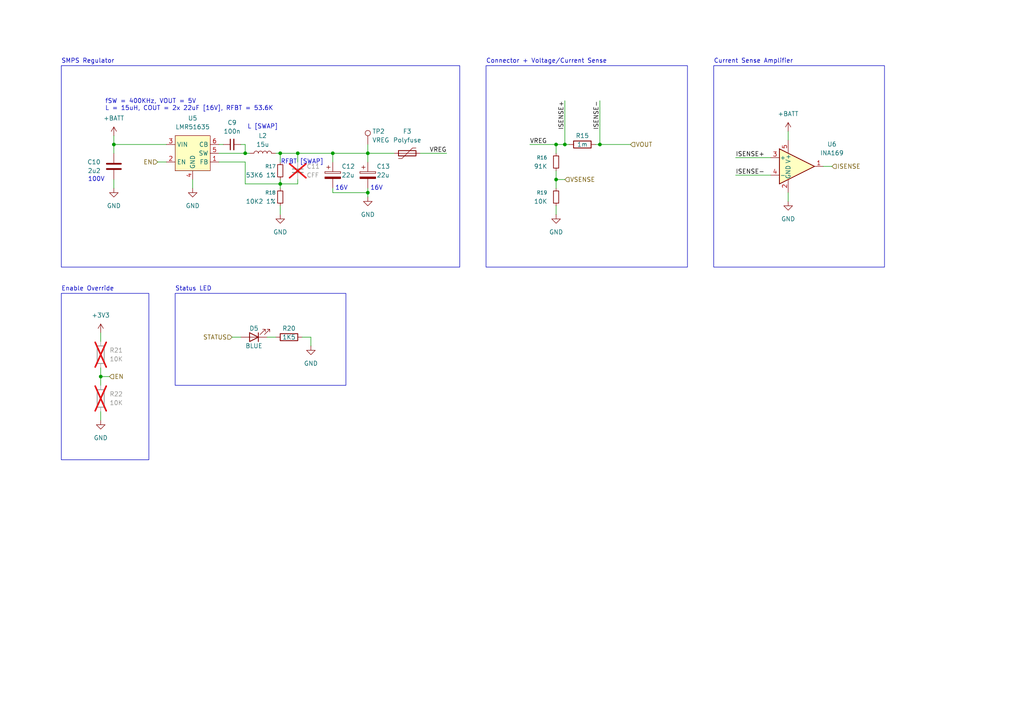
<source format=kicad_sch>
(kicad_sch (version 20250114) (generator "eeschema") (generator_version "9.0")
  (paper "A4")
  (lib_symbols
    (symbol "Amplifier_Current:INA169" (pin_names (offset 0.127))
      (property "Reference" "U" (at 3.81 5.08 0))
      (property "Value" "INA169" (at 3.81 2.54 0))
      (symbol "INA169_0_1"
        (polyline (pts (xy -5.08 5.08) (xy 5.08 0) (xy -5.08 -5.08) (xy -5.08 5.08)) (stroke (width 0.254)) (fill (type background)))
      )
      (symbol "INA169_1_1"
        (pin input line (at -7.62 2.54 0) (length 2.54) (name "+") (number "3"))
        (pin input line (at -7.62 -2.54 0) (length 2.54) (name "-") (number "4"))
        (pin power_in line (at -2.54 7.62 270) (length 3.81) (name "V+") (number "5"))
        (pin power_in line (at -2.54 -7.62 90) (length 3.81) (name "GND") (number "2"))
        (pin output line (at 7.62 0 180) (length 2.54) (name "~") (number "1"))
      )
    )
    (symbol "Connector:TestPoint" (pin_numbers (hide yes)) (pin_names (offset 0.762) (hide yes))
      (property "Reference" "TP" (at 0 6.858 0))
      (property "Value" "TestPoint" (at 0 5.08 0))
      (symbol "TestPoint_0_1"
        (circle (center 0 3.302) (radius 0.762))
      )
      (symbol "TestPoint_1_1"
        (pin passive line (at 0 0 90) (length 2.54) (name "1") (number "1"))
      )
    )
    (symbol "Device:C" (pin_numbers (hide yes)) (pin_names (offset 0.254))
      (property "Reference" "C" (at 0.635 2.54 0))
      (property "Value" "C" (at 0.635 -2.54 0))
      (symbol "C_0_1"
        (polyline (pts (xy -2.032 0.762) (xy 2.032 0.762)) (stroke (width 0.508)))
        (polyline (pts (xy -2.032 -0.762) (xy 2.032 -0.762)) (stroke (width 0.508)))
      )
      (symbol "C_1_1"
        (pin passive line (at 0 3.81 270) (length 2.794) (name "~") (number "1"))
        (pin passive line (at 0 -3.81 90) (length 2.794) (name "~") (number "2"))
      )
    )
    (symbol "Device:C_Polarized" (pin_numbers (hide yes)) (pin_names (offset 0.254))
      (property "Reference" "C" (at 0.635 2.54 0))
      (property "Value" "C_Polarized" (at 0.635 -2.54 0))
      (symbol "C_Polarized_0_1"
        (rectangle (start -2.286 0.508) (end 2.286 1.016))
        (polyline (pts (xy -1.778 2.286) (xy -0.762 2.286)))
        (polyline (pts (xy -1.27 2.794) (xy -1.27 1.778)))
        (rectangle (start 2.286 -0.508) (end -2.286 -1.016) (fill (type outline)))
      )
      (symbol "C_Polarized_1_1"
        (pin passive line (at 0 3.81 270) (length 2.794) (name "~") (number "1"))
        (pin passive line (at 0 -3.81 90) (length 2.794) (name "~") (number "2"))
      )
    )
    (symbol "Device:C_Small" (pin_numbers (hide yes)) (pin_names (offset 0.254) (hide yes))
      (property "Reference" "C" (at 0.254 1.778 0))
      (property "Value" "C_Small" (at 0.254 -2.032 0))
      (symbol "C_Small_0_1"
        (polyline (pts (xy -1.524 0.508) (xy 1.524 0.508)) (stroke (width 0.3048)))
        (polyline (pts (xy -1.524 -0.508) (xy 1.524 -0.508)) (stroke (width 0.3302)))
      )
      (symbol "C_Small_1_1"
        (pin passive line (at 0 2.54 270) (length 2.032) (name "~") (number "1"))
        (pin passive line (at 0 -2.54 90) (length 2.032) (name "~") (number "2"))
      )
    )
    (symbol "Device:L" (pin_numbers (hide yes)) (pin_names (offset 1.016) (hide yes))
      (property "Reference" "L" (at -1.27 0 90))
      (property "Value" "L" (at 1.905 0 90))
      (symbol "L_0_1"
        (arc (start 0 2.54) (mid 0.6323 1.905) (end 0 1.27))
        (arc (start 0 1.27) (mid 0.6323 0.635) (end 0 0))
        (arc (start 0 0) (mid 0.6323 -0.635) (end 0 -1.27))
        (arc (start 0 -1.27) (mid 0.6323 -1.905) (end 0 -2.54))
      )
      (symbol "L_1_1"
        (pin passive line (at 0 3.81 270) (length 1.27) (name "1") (number "1"))
        (pin passive line (at 0 -3.81 90) (length 1.27) (name "2") (number "2"))
      )
    )
    (symbol "Device:LED" (pin_numbers (hide yes)) (pin_names (offset 1.016) (hide yes))
      (property "Reference" "D" (at 0 2.54 0))
      (property "Value" "LED" (at 0 -2.54 0))
      (symbol "LED_0_1"
        (polyline (pts (xy -3.048 -0.762) (xy -4.572 -2.286) (xy -3.81 -2.286) (xy -4.572 -2.286) (xy -4.572 -1.524)))
        (polyline (pts (xy -1.778 -0.762) (xy -3.302 -2.286) (xy -2.54 -2.286) (xy -3.302 -2.286) (xy -3.302 -1.524)))
        (polyline (pts (xy -1.27 0) (xy 1.27 0)))
        (polyline (pts (xy -1.27 -1.27) (xy -1.27 1.27)) (stroke (width 0.254)))
        (polyline (pts (xy 1.27 -1.27) (xy 1.27 1.27) (xy -1.27 0) (xy 1.27 -1.27)) (stroke (width 0.254)))
      )
      (symbol "LED_1_1"
        (pin passive line (at -3.81 0 0) (length 2.54) (name "K") (number "1"))
        (pin passive line (at 3.81 0 180) (length 2.54) (name "A") (number "2"))
      )
    )
    (symbol "Device:Polyfuse" (pin_numbers (hide yes)) (pin_names (offset 0))
      (property "Reference" "F" (at -2.54 0 90))
      (property "Value" "Polyfuse" (at 2.54 0 90))
      (symbol "Polyfuse_0_1"
        (polyline (pts (xy -1.524 2.54) (xy -1.524 1.524) (xy 1.524 -1.524) (xy 1.524 -2.54)))
        (rectangle (start -0.762 2.54) (end 0.762 -2.54) (stroke (width 0.254)))
        (polyline (pts (xy 0 2.54) (xy 0 -2.54)))
      )
      (symbol "Polyfuse_1_1"
        (pin passive line (at 0 3.81 270) (length 1.27) (name "~") (number "1"))
        (pin passive line (at 0 -3.81 90) (length 1.27) (name "~") (number "2"))
      )
    )
    (symbol "Device:R" (pin_numbers (hide yes)) (pin_names (offset 0))
      (property "Reference" "R" (at 2.032 0 90))
      (property "Value" "R" (at 0 0 90))
      (symbol "R_0_1"
        (rectangle (start -1.016 -2.54) (end 1.016 2.54) (stroke (width 0.254)))
      )
      (symbol "R_1_1"
        (pin passive line (at 0 3.81 270) (length 1.27) (name "~") (number "1"))
        (pin passive line (at 0 -3.81 90) (length 1.27) (name "~") (number "2"))
      )
    )
    (symbol "Device:R_Small" (pin_numbers (hide yes)) (pin_names (offset 0.254) (hide yes))
      (property "Reference" "R" (at 0 0 90))
      (property "Value" "R_Small" (at 1.778 0 90))
      (symbol "R_Small_0_1"
        (rectangle (start -0.762 1.778) (end 0.762 -1.778) (stroke (width 0.2032)))
      )
      (symbol "R_Small_1_1"
        (pin passive line (at 0 2.54 270) (length 0.762) (name "~") (number "1"))
        (pin passive line (at 0 -2.54 90) (length 0.762) (name "~") (number "2"))
      )
    )
    (symbol "Regulator_Switching_Extra:LMR51635"
      (property "Reference" "U" (at 0 7.874 0))
      (property "Value" "LMR51635" (at 0 6.096 0))
      (symbol "LMR51635_1_1"
        (rectangle (start -5.08 5.08) (end 5.08 -5.08) (fill (type background)))
        (pin power_in line (at -7.62 2.54 0) (length 2.54) (name "VIN") (number "3"))
        (pin input line (at -7.62 -2.54 0) (length 2.54) (name "EN") (number "2"))
        (pin power_in line (at 0 -7.62 90) (length 2.54) (name "GND") (number "4"))
        (pin input line (at 7.62 2.54 180) (length 2.54) (name "CB") (number "6"))
        (pin power_out line (at 7.62 0 180) (length 2.54) (name "SW") (number "5"))
        (pin input line (at 7.62 -2.54 180) (length 2.54) (name "FB") (number "1"))
      )
    )
    (symbol "power:+3V3" (power) (pin_numbers (hide yes)) (pin_names (offset 0) (hide yes))
      (property "Value" "+3V3" (at 0 3.556 0))
      (symbol "+3V3_0_1"
        (polyline (pts (xy -0.762 1.27) (xy 0 2.54)))
        (polyline (pts (xy 0 2.54) (xy 0.762 1.27)))
        (polyline (pts (xy 0 0) (xy 0 2.54)))
      )
      (symbol "+3V3_1_1"
        (pin power_in line (at 0 0 90) (length 0) (name "~") (number "1"))
      )
    )
    (symbol "power:+BATT" (power) (pin_numbers (hide yes)) (pin_names (offset 0) (hide yes))
      (property "Value" "+BATT" (at 0 3.556 0))
      (symbol "+BATT_0_1"
        (polyline (pts (xy -0.762 1.27) (xy 0 2.54)))
        (polyline (pts (xy 0 2.54) (xy 0.762 1.27)))
        (polyline (pts (xy 0 0) (xy 0 2.54)))
      )
      (symbol "+BATT_1_1"
        (pin power_in line (at 0 0 90) (length 0) (name "~") (number "1"))
      )
    )
    (symbol "power:GND" (power) (pin_numbers (hide yes)) (pin_names (offset 0) (hide yes))
      (property "Value" "GND" (at 0 -3.81 0))
      (symbol "GND_0_1"
        (polyline (pts (xy 0 0) (xy 0 -1.27) (xy 1.27 -1.27) (xy 0 -2.54) (xy -1.27 -1.27) (xy 0 -1.27)))
      )
      (symbol "GND_1_1"
        (pin power_in line (at 0 0 270) (length 0) (name "~") (number "1"))
      )
    )
  )
  (rectangle (start 140.97 19.05) (end 199.39 77.47))
  (rectangle (start 17.78 85.09) (end 43.18 133.35))
  (rectangle (start 207.01 19.05) (end 256.54 77.47))
  (rectangle (start 17.78 19.05) (end 133.35 77.47))
  (rectangle (start 50.8 85.09) (end 100.33 111.76))
  (text "Enable Override" (at 17.78 83.82 0) (effects (font (size 1.27 1.27)) (justify left)))
  (text "16V" (at 109.22 54.61 0) (effects (font (size 1.27 1.27))))
  (text "Status LED" (at 50.8 83.82 0) (effects (font (size 1.27 1.27)) (justify left)))
  (text "Current Sense Amplifier" (at 207.01 17.78 0) (effects (font (size 1.27 1.27)) (justify left)))
  (text "L [SWAP]" (at 76.2 36.83 0) (effects (font (size 1.27 1.27))))
  (text "RFBT [SWAP]" (at 87.63 46.99 0) (effects (font (size 1.27 1.27))))
  (text "SMPS Regulator" (at 17.78 17.78 0) (effects (font (size 1.27 1.27)) (justify left)))
  (text "Connector + Voltage/Current Sense" (at 140.97 17.78 0) (effects (font (size 1.27 1.27)) (justify left)))
  (text "16V" (at 99.06 54.61 0) (effects (font (size 1.27 1.27))))
  (text "fSW = 400KHz, VOUT = 5V\nL = 15uH, COUT = 2x 22uF [16V], RFBT = 53.6K" (at 30.48 30.48 0) (effects (font (size 1.27 1.27)) (justify left)))
  (text "100V" (at 27.94 52.07 0) (effects (font (size 1.27 1.27))))
  (junction (at 161.29 52.07))
  (junction (at 106.68 55.88))
  (junction (at 163.83 41.91))
  (junction (at 71.12 44.45))
  (junction (at 173.99 41.91))
  (junction (at 29.21 109.22))
  (junction (at 81.28 53.34))
  (junction (at 161.29 41.91))
  (junction (at 86.36 44.45))
  (junction (at 81.28 44.45))
  (junction (at 96.52 44.45))
  (junction (at 33.02 41.91))
  (junction (at 106.68 44.45))
  (wire (pts (xy 81.28 52.07) (xy 81.28 53.34)))
  (wire (pts (xy 228.6 55.88) (xy 228.6 58.42)))
  (wire (pts (xy 29.21 109.22) (xy 31.75 109.22)))
  (wire (pts (xy 96.52 54.61) (xy 96.52 55.88)))
  (wire (pts (xy 153.67 41.91) (xy 161.29 41.91)))
  (wire (pts (xy 106.68 55.88) (xy 106.68 57.15)))
  (wire (pts (xy 106.68 41.91) (xy 106.68 44.45)))
  (wire (pts (xy 81.28 53.34) (xy 71.12 53.34)))
  (wire (pts (xy 96.52 44.45) (xy 96.52 46.99)))
  (wire (pts (xy 87.63 97.79) (xy 90.17 97.79)))
  (wire (pts (xy 106.68 44.45) (xy 106.68 46.99)))
  (wire (pts (xy 29.21 119.38) (xy 29.21 121.92)))
  (wire (pts (xy 71.12 53.34) (xy 71.12 46.99)))
  (wire (pts (xy 213.36 45.72) (xy 223.52 45.72)))
  (wire (pts (xy 71.12 44.45) (xy 72.39 44.45)))
  (wire (pts (xy 80.01 44.45) (xy 81.28 44.45)))
  (wire (pts (xy 86.36 52.07) (xy 86.36 53.34)))
  (wire (pts (xy 71.12 41.91) (xy 71.12 44.45)))
  (wire (pts (xy 81.28 44.45) (xy 86.36 44.45)))
  (wire (pts (xy 86.36 44.45) (xy 96.52 44.45)))
  (wire (pts (xy 96.52 55.88) (xy 106.68 55.88)))
  (wire (pts (xy 90.17 97.79) (xy 90.17 100.33)))
  (wire (pts (xy 161.29 52.07) (xy 161.29 54.61)))
  (wire (pts (xy 81.28 53.34) (xy 81.28 54.61)))
  (wire (pts (xy 33.02 41.91) (xy 33.02 44.45)))
  (wire (pts (xy 81.28 44.45) (xy 81.28 46.99)))
  (wire (pts (xy 173.99 41.91) (xy 182.88 41.91)))
  (wire (pts (xy 71.12 44.45) (xy 63.5 44.45)))
  (wire (pts (xy 33.02 39.37) (xy 33.02 41.91)))
  (wire (pts (xy 228.6 38.1) (xy 228.6 40.64)))
  (wire (pts (xy 213.36 50.8) (xy 223.52 50.8)))
  (wire (pts (xy 161.29 49.53) (xy 161.29 52.07)))
  (wire (pts (xy 86.36 53.34) (xy 81.28 53.34)))
  (wire (pts (xy 33.02 41.91) (xy 48.26 41.91)))
  (wire (pts (xy 64.77 41.91) (xy 63.5 41.91)))
  (wire (pts (xy 163.83 41.91) (xy 165.1 41.91)))
  (wire (pts (xy 86.36 44.45) (xy 86.36 46.99)))
  (wire (pts (xy 106.68 55.88) (xy 106.68 54.61)))
  (wire (pts (xy 172.72 41.91) (xy 173.99 41.91)))
  (wire (pts (xy 29.21 96.52) (xy 29.21 99.06)))
  (wire (pts (xy 77.47 97.79) (xy 80.01 97.79)))
  (wire (pts (xy 67.31 97.79) (xy 69.85 97.79)))
  (wire (pts (xy 29.21 106.68) (xy 29.21 109.22)))
  (wire (pts (xy 163.83 29.21) (xy 163.83 41.91)))
  (wire (pts (xy 55.88 52.07) (xy 55.88 54.61)))
  (wire (pts (xy 173.99 29.21) (xy 173.99 41.91)))
  (wire (pts (xy 161.29 41.91) (xy 161.29 44.45)))
  (wire (pts (xy 161.29 59.69) (xy 161.29 62.23)))
  (wire (pts (xy 29.21 109.22) (xy 29.21 111.76)))
  (wire (pts (xy 96.52 44.45) (xy 106.68 44.45)))
  (wire (pts (xy 129.54 44.45) (xy 121.92 44.45)))
  (wire (pts (xy 69.85 41.91) (xy 71.12 41.91)))
  (wire (pts (xy 238.76 48.26) (xy 241.3 48.26)))
  (wire (pts (xy 45.72 46.99) (xy 48.26 46.99)))
  (wire (pts (xy 71.12 46.99) (xy 63.5 46.99)))
  (wire (pts (xy 114.3 44.45) (xy 106.68 44.45)))
  (wire (pts (xy 161.29 52.07) (xy 163.83 52.07)))
  (wire (pts (xy 33.02 52.07) (xy 33.02 54.61)))
  (wire (pts (xy 81.28 59.69) (xy 81.28 62.23)))
  (wire (pts (xy 161.29 41.91) (xy 163.83 41.91)))
  (label "VREG" (at 129.54 44.45 180))
  (label "ISENSE+" (at 213.36 45.72 0))
  (label "ISENSE+" (at 163.83 29.21 270))
  (label "ISENSE-" (at 213.36 50.8 0))
  (label "VREG" (at 153.67 41.91 0))
  (label "ISENSE-" (at 173.99 29.21 270))
  (hierarchical_label "EN" (shape input) (at 45.72 46.99 180))
  (hierarchical_label "EN" (shape input) (at 31.75 109.22 0))
  (hierarchical_label "VOUT" (shape input) (at 182.88 41.91 0))
  (hierarchical_label "ISENSE" (shape input) (at 241.3 48.26 0))
  (hierarchical_label "VSENSE" (shape input) (at 163.83 52.07 0))
  (hierarchical_label "STATUS" (shape input) (at 67.31 97.79 180))
  (symbol (lib_id "Device:R") (at 29.21 102.87 0) (unit 1) (dnp yes)
    (property "Reference" "R13" (at 31.75 101.5999 0) (effects (justify left)))
    (property "Value" "10K" (at 31.75 104.1399 0) (effects (justify left)))
    (property "Footprint" "Resistor_SMD:R_0603_1608Metric" (effects (hide yes)))
    (property "Description" "Resistor" (effects (hide yes)))
    (instances (project "vrb" (path "" (reference "R21") (unit 1)) (path "" (reference "R29") (unit 1)) (path "" (reference "R37") (unit 1)) (path "" (reference "R13") (unit 1))))
  )
  (symbol (lib_id "power:GND") (at 29.21 121.92 0) (unit 1)
    (property "Reference" "#PWR029" (effects (hide yes)))
    (property "Value" "GND" (at 29.21 127 0))
    (property "Description" "Power symbol creates a global label with name \"GND\" , ground" (effects (hide yes)))
    (instances (project "vrb" (path "" (reference "#PWR041") (unit 1)) (path "" (reference "#PWR053") (unit 1)) (path "" (reference "#PWR065") (unit 1)) (path "" (reference "#PWR029") (unit 1))))
  )
  (symbol (lib_id "power:GND") (at 90.17 100.33 0) (unit 1)
    (property "Reference" "#PWR028" (effects (hide yes)))
    (property "Value" "GND" (at 90.17 105.41 0))
    (property "Description" "Power symbol creates a global label with name \"GND\" , ground" (effects (hide yes)))
    (instances (project "vrb" (path "" (reference "#PWR040") (unit 1)) (path "" (reference "#PWR052") (unit 1)) (path "" (reference "#PWR064") (unit 1)) (path "" (reference "#PWR028") (unit 1))))
  )
  (symbol (lib_id "power:+BATT") (at 33.02 39.37 0) (unit 1)
    (property "Reference" "#PWR019" (effects (hide yes)))
    (property "Value" "+BATT" (at 33.02 34.29 0))
    (property "Description" "Power symbol creates a global label with name \"+BATT\"" (effects (hide yes)))
    (instances (project "vrb" (path "" (reference "#PWR031") (unit 1)) (path "" (reference "#PWR043") (unit 1)) (path "" (reference "#PWR055") (unit 1)) (path "" (reference "#PWR019") (unit 1))))
  )
  (symbol (lib_id "power:GND") (at 161.29 62.23 0) (unit 1)
    (property "Reference" "#PWR026" (effects (hide yes)))
    (property "Value" "GND" (at 161.29 67.31 0))
    (property "Description" "Power symbol creates a global label with name \"GND\" , ground" (effects (hide yes)))
    (instances (project "vrb" (path "" (reference "#PWR038") (unit 1)) (path "" (reference "#PWR050") (unit 1)) (path "" (reference "#PWR062") (unit 1)) (path "" (reference "#PWR026") (unit 1))))
  )
  (symbol (lib_id "Device:C_Polarized") (at 96.52 50.8 0) (unit 1)
    (property "Reference" "C7" (at 99.06 48.26 0) (effects (justify left)))
    (property "Value" "22u" (at 99.06 50.8 0) (effects (justify left)))
    (property "Footprint" "Capacitor_SMD:C_0805_2012Metric" (effects (hide yes)))
    (property "Description" "Polarized capacitor" (effects (hide yes)))
    (instances (project "vrb" (path "" (reference "C12") (unit 1)) (path "" (reference "C17") (unit 1)) (path "" (reference "C22") (unit 1)) (path "" (reference "C7") (unit 1))))
  )
  (symbol (lib_id "Regulator_Switching_Extra:LMR51635") (at 55.88 44.45 0) (unit 1)
    (property "Reference" "U3" (at 55.88 34.29 0))
    (property "Value" "LMR51635" (at 55.88 36.83 0))
    (property "Footprint" "Package_TO_SOT_SMD:SOT-23-6" (effects (hide yes)))
    (property "Datasheet" "https://www.ti.com/lit/ds/symlink/lmr51635.pdf" (effects (hide yes)))
    (property "Description" "SIMPLE SWITCHER® synchronous buck converter with 4.3V-to-60V, 3.5A and low quiescent current" (effects (hide yes)))
    (instances (project "vrb" (path "" (reference "U5") (unit 1)) (path "" (reference "U7") (unit 1)) (path "" (reference "U9") (unit 1)) (path "" (reference "U3") (unit 1))))
  )
  (symbol (lib_id "Device:R") (at 83.82 97.79 90) (unit 1)
    (property "Reference" "R12" (at 83.82 95.25 90))
    (property "Value" "1K5" (at 83.82 97.79 90))
    (property "Footprint" "Resistor_SMD:R_0402_1005Metric" (effects (hide yes)))
    (property "Description" "Resistor" (effects (hide yes)))
    (instances (project "vrb" (path "" (reference "R20") (unit 1)) (path "" (reference "R28") (unit 1)) (path "" (reference "R36") (unit 1)) (path "" (reference "R12") (unit 1))))
  )
  (symbol (lib_id "Amplifier_Current:INA169") (at 231.14 48.26 0) (unit 1)
    (property "Reference" "U4" (at 241.3 41.8398 0))
    (property "Value" "INA169" (at 241.3 44.3798 0))
    (property "Footprint" "Package_TO_SOT_SMD:SOT-23-5" (effects (hide yes)))
    (property "Datasheet" "http://www.ti.com/lit/ds/symlink/ina169.pdf" (effects (hide yes)))
    (property "Description" "High-Side Measurement Current Shunt Monitor, 60V, SOT-23-5" (effects (hide yes)))
    (instances (project "vrb" (path "" (reference "U6") (unit 1)) (path "" (reference "U8") (unit 1)) (path "" (reference "U10") (unit 1)) (path "" (reference "U4") (unit 1))))
  )
  (symbol (lib_id "power:+3V3") (at 29.21 96.52 0) (unit 1)
    (property "Reference" "#PWR027" (effects (hide yes)))
    (property "Value" "+3V3" (at 29.21 91.44 0))
    (property "Description" "Power symbol creates a global label with name \"+3V3\"" (effects (hide yes)))
    (instances (project "vrb" (path "" (reference "#PWR039") (unit 1)) (path "" (reference "#PWR051") (unit 1)) (path "" (reference "#PWR063") (unit 1)) (path "" (reference "#PWR027") (unit 1))))
  )
  (symbol (lib_id "Device:R_Small") (at 161.29 46.99 0) (mirror y) (unit 1)
    (property "Reference" "R8" (at 158.75 45.7199 0) (effects (font (size 1.016 1.016)) (justify left)))
    (property "Value" "91K" (at 158.75 48.2599 0) (effects (justify left)))
    (property "Footprint" "Resistor_SMD:R_0402_1005Metric" (effects (hide yes)))
    (property "Description" "Resistor, small symbol" (effects (hide yes)))
    (instances (project "vrb" (path "" (reference "R16") (unit 1)) (path "" (reference "R24") (unit 1)) (path "" (reference "R32") (unit 1)) (path "" (reference "R8") (unit 1))))
  )
  (symbol (lib_id "Device:R_Small") (at 161.29 57.15 0) (mirror y) (unit 1)
    (property "Reference" "R11" (at 158.75 55.8799 0) (effects (font (size 1.016 1.016)) (justify left)))
    (property "Value" "10K" (at 158.75 58.4199 0) (effects (justify left)))
    (property "Footprint" "Resistor_SMD:R_0402_1005Metric" (effects (hide yes)))
    (property "Description" "Resistor, small symbol" (effects (hide yes)))
    (instances (project "vrb" (path "" (reference "R19") (unit 1)) (path "" (reference "R27") (unit 1)) (path "" (reference "R35") (unit 1)) (path "" (reference "R11") (unit 1))))
  )
  (symbol (lib_id "Device:R_Small") (at 81.28 49.53 0) (mirror y) (unit 1)
    (property "Reference" "R9" (at 80.01 48.26 0) (effects (font (size 1.016 1.016)) (justify left)))
    (property "Value" "53K6 1%" (at 80.01 50.8 0) (effects (justify left)))
    (property "Footprint" "Resistor_SMD:R_0603_1608Metric" (effects (hide yes)))
    (property "Description" "Resistor, small symbol" (effects (hide yes)))
    (instances (project "vrb" (path "" (reference "R17") (unit 1)) (path "" (reference "R25") (unit 1)) (path "" (reference "R33") (unit 1)) (path "" (reference "R9") (unit 1))))
  )
  (symbol (lib_id "power:GND") (at 33.02 54.61 0) (unit 1)
    (property "Reference" "#PWR021" (effects (hide yes)))
    (property "Value" "GND" (at 33.02 59.69 0))
    (property "Description" "Power symbol creates a global label with name \"GND\" , ground" (effects (hide yes)))
    (instances (project "vrb" (path "" (reference "#PWR033") (unit 1)) (path "" (reference "#PWR045") (unit 1)) (path "" (reference "#PWR057") (unit 1)) (path "" (reference "#PWR021") (unit 1))))
  )
  (symbol (lib_id "power:+BATT") (at 228.6 38.1 0) (unit 1)
    (property "Reference" "#PWR018" (effects (hide yes)))
    (property "Value" "+BATT" (at 228.6 33.02 0))
    (property "Description" "Power symbol creates a global label with name \"+BATT\"" (effects (hide yes)))
    (instances (project "vrb" (path "" (reference "#PWR030") (unit 1)) (path "" (reference "#PWR042") (unit 1)) (path "" (reference "#PWR054") (unit 1)) (path "" (reference "#PWR018") (unit 1))))
  )
  (symbol (lib_id "Device:R_Small") (at 81.28 57.15 0) (mirror y) (unit 1)
    (property "Reference" "R10" (at 80.01 55.88 0) (effects (font (size 1.016 1.016)) (justify left)))
    (property "Value" "10K2 1%" (at 80.01 58.42 0) (effects (justify left)))
    (property "Footprint" "Resistor_SMD:R_0603_1608Metric" (effects (hide yes)))
    (property "Description" "Resistor, small symbol" (effects (hide yes)))
    (instances (project "vrb" (path "" (reference "R18") (unit 1)) (path "" (reference "R26") (unit 1)) (path "" (reference "R34") (unit 1)) (path "" (reference "R10") (unit 1))))
  )
  (symbol (lib_id "power:GND") (at 55.88 54.61 0) (unit 1)
    (property "Reference" "#PWR022" (effects (hide yes)))
    (property "Value" "GND" (at 55.88 59.69 0))
    (property "Description" "Power symbol creates a global label with name \"GND\" , ground" (effects (hide yes)))
    (instances (project "vrb" (path "" (reference "#PWR034") (unit 1)) (path "" (reference "#PWR046") (unit 1)) (path "" (reference "#PWR058") (unit 1)) (path "" (reference "#PWR022") (unit 1))))
  )
  (symbol (lib_id "power:GND") (at 106.68 57.15 0) (unit 1)
    (property "Reference" "#PWR023" (effects (hide yes)))
    (property "Value" "GND" (at 106.68 62.23 0))
    (property "Description" "Power symbol creates a global label with name \"GND\" , ground" (effects (hide yes)))
    (instances (project "vrb" (path "" (reference "#PWR035") (unit 1)) (path "" (reference "#PWR047") (unit 1)) (path "" (reference "#PWR059") (unit 1)) (path "" (reference "#PWR023") (unit 1))))
  )
  (symbol (lib_id "Device:R") (at 29.21 115.57 0) (unit 1) (dnp yes)
    (property "Reference" "R14" (at 31.75 114.2999 0) (effects (justify left)))
    (property "Value" "10K" (at 31.75 116.8399 0) (effects (justify left)))
    (property "Footprint" "Resistor_SMD:R_0603_1608Metric" (effects (hide yes)))
    (property "Description" "Resistor" (effects (hide yes)))
    (instances (project "vrb" (path "" (reference "R22") (unit 1)) (path "" (reference "R30") (unit 1)) (path "" (reference "R38") (unit 1)) (path "" (reference "R14") (unit 1))))
  )
  (symbol (lib_id "Device:L") (at 76.2 44.45 90) (unit 1)
    (property "Reference" "L1" (at 76.2 39.37 90))
    (property "Value" "15u" (at 76.2 41.91 90))
    (property "Footprint" "Inductor_SMD:L_Bourns_SRP7028A_7.3x6.6mm" (effects (hide yes)))
    (property "Description" "Inductor" (effects (hide yes)))
    (instances (project "vrb" (path "" (reference "L2") (unit 1)) (path "" (reference "L3") (unit 1)) (path "" (reference "L4") (unit 1)) (path "" (reference "L1") (unit 1))))
  )
  (symbol (lib_id "Device:C_Small") (at 86.36 49.53 0) (unit 1) (in_bom no) (dnp yes)
    (property "Reference" "C6" (at 88.9 48.2662 0) (effects (justify left)))
    (property "Value" "CFF" (at 88.9 50.8062 0) (effects (justify left)))
    (property "Footprint" "Capacitor_SMD:C_0805_2012Metric" (effects (hide yes)))
    (property "Description" "Unpolarized capacitor, small symbol" (effects (hide yes)))
    (instances (project "vrb" (path "" (reference "C11") (unit 1)) (path "" (reference "C16") (unit 1)) (path "" (reference "C21") (unit 1)) (path "" (reference "C6") (unit 1))))
  )
  (symbol (lib_id "power:GND") (at 81.28 62.23 0) (unit 1)
    (property "Reference" "#PWR025" (effects (hide yes)))
    (property "Value" "GND" (at 81.28 67.31 0))
    (property "Description" "Power symbol creates a global label with name \"GND\" , ground" (effects (hide yes)))
    (instances (project "vrb" (path "" (reference "#PWR037") (unit 1)) (path "" (reference "#PWR049") (unit 1)) (path "" (reference "#PWR061") (unit 1)) (path "" (reference "#PWR025") (unit 1))))
  )
  (symbol (lib_id "power:GND") (at 228.6 58.42 0) (unit 1)
    (property "Reference" "#PWR024" (effects (hide yes)))
    (property "Value" "GND" (at 228.6 63.5 0))
    (property "Description" "Power symbol creates a global label with name \"GND\" , ground" (effects (hide yes)))
    (instances (project "vrb" (path "" (reference "#PWR036") (unit 1)) (path "" (reference "#PWR048") (unit 1)) (path "" (reference "#PWR060") (unit 1)) (path "" (reference "#PWR024") (unit 1))))
  )
  (symbol (lib_id "Device:C_Polarized") (at 106.68 50.8 0) (unit 1)
    (property "Reference" "C8" (at 109.22 48.26 0) (effects (justify left)))
    (property "Value" "22u" (at 109.22 50.8 0) (effects (justify left)))
    (property "Footprint" "Capacitor_SMD:C_0805_2012Metric" (effects (hide yes)))
    (property "Description" "Polarized capacitor" (effects (hide yes)))
    (instances (project "vrb" (path "" (reference "C13") (unit 1)) (path "" (reference "C18") (unit 1)) (path "" (reference "C23") (unit 1)) (path "" (reference "C8") (unit 1))))
  )
  (symbol (lib_id "Connector:TestPoint") (at 106.68 41.91 0) (unit 1)
    (property "Reference" "TP1" (at 107.95 38.1 0) (effects (justify left)))
    (property "Value" "VREG" (at 107.95 40.64 0) (effects (justify left)))
    (property "Footprint" "TestPoint:TestPoint_Pad_2.0x2.0mm" (effects (hide yes)))
    (property "Description" "test point" (effects (hide yes)))
    (instances (project "vrb" (path "" (reference "TP2") (unit 1)) (path "" (reference "TP3") (unit 1)) (path "" (reference "TP4") (unit 1)) (path "" (reference "TP1") (unit 1))))
  )
  (symbol (lib_id "Device:C_Small") (at 67.31 41.91 90) (unit 1)
    (property "Reference" "C4" (at 67.3163 35.56 90))
    (property "Value" "100n" (at 67.3163 38.1 90))
    (property "Footprint" "Capacitor_SMD:C_0805_2012Metric" (effects (hide yes)))
    (property "Description" "Unpolarized capacitor, small symbol" (effects (hide yes)))
    (instances (project "vrb" (path "" (reference "C9") (unit 1)) (path "" (reference "C14") (unit 1)) (path "" (reference "C19") (unit 1)) (path "" (reference "C4") (unit 1))))
  )
  (symbol (lib_id "Device:C") (at 33.02 48.26 0) (unit 1)
    (property "Reference" "C5" (at 29.21 46.9899 0) (effects (justify right)))
    (property "Value" "2u2" (at 29.21 49.5299 0) (effects (justify right)))
    (property "Footprint" "Capacitor_SMD:C_1206_3216Metric" (effects (hide yes)))
    (property "Description" "Unpolarized capacitor" (effects (hide yes)))
    (instances (project "vrb" (path "" (reference "C10") (unit 1)) (path "" (reference "C15") (unit 1)) (path "" (reference "C20") (unit 1)) (path "" (reference "C5") (unit 1))))
  )
  (symbol (lib_id "Device:LED") (at 73.66 97.79 180) (unit 1)
    (property "Reference" "D4" (at 73.66 95.25 0))
    (property "Value" "BLUE" (at 73.66 100.33 0))
    (property "Footprint" "LED_SMD:LED_0603_1608Metric" (effects (hide yes)))
    (property "Description" "Light emitting diode" (effects (hide yes)))
    (property "Sim.Pins" "1=K 2=A" (effects (hide yes)))
    (instances (project "vrb" (path "" (reference "D5") (unit 1)) (path "" (reference "D6") (unit 1)) (path "" (reference "D7") (unit 1)) (path "" (reference "D4") (unit 1))))
  )
  (symbol (lib_id "Device:R") (at 168.91 41.91 90) (unit 1)
    (property "Reference" "R7" (at 168.91 39.37 90))
    (property "Value" "1m" (at 168.91 41.91 90))
    (property "Footprint" "Resistor_SMD:R_1206_3216Metric" (effects (hide yes)))
    (property "Description" "Resistor" (effects (hide yes)))
    (instances (project "vrb" (path "" (reference "R15") (unit 1)) (path "" (reference "R23") (unit 1)) (path "" (reference "R31") (unit 1)) (path "" (reference "R7") (unit 1))))
  )
  (symbol (lib_id "Device:Polyfuse") (at 118.11 44.45 90) (unit 1)
    (property "Reference" "F2" (at 118.11 38.1 90))
    (property "Value" "Polyfuse" (at 118.11 40.64 90))
    (property "Footprint" "Fuse:Fuse_1206_3216Metric" (effects (hide yes)))
    (property "Description" "Resettable fuse, polymeric positive temperature coefficient" (effects (hide yes)))
    (instances (project "" (path "" (reference "F3") (unit 1)) (path "" (reference "F4") (unit 1)) (path "" (reference "F5") (unit 1)) (path "" (reference "F2") (unit 1))))
  )
)
</source>
